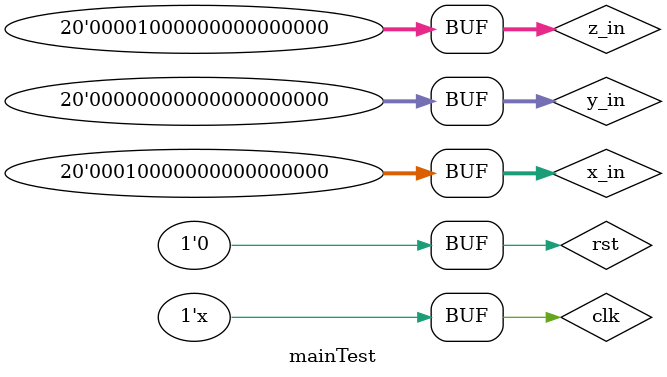
<source format=v>
`timescale 1ns / 1ps


module mainTest;

	// Inputs
	reg clk;
	reg rst;
	reg [19:0] x_in;
	reg [19:0] y_in;
	reg [19:0] z_in;

	// Outputs
	wire [19:0] x_out;
	wire [19:0] y_out;
	wire [19:0] z_out;

	// Instantiate the Unit Under Test (UUT)
	Main uut (
		.clk(clk), 
		.rst(rst), 
		.x_in(x_in), 
		.y_in(y_in), 
		.z_in(z_in), 
		.x_out(x_out), 
		.y_out(y_out), 
		.z_out(z_out)
	);
	
	always #10 clk = ~clk;

	initial begin
		// Initialize Inputs
		clk = 0;
		rst = 1;
		
		#99;
		
		rst = 0;
		#50
		x_in = 20'b00010000000000000000;
		y_in = 20'b00000000000000000000;
		z_in = 20'b00001000000000000000;

		// Wait 100 ns for global reset to finish
		#100;
        
		// Add stimulus here

	end
      
endmodule


</source>
